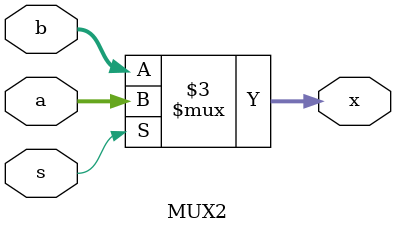
<source format=v>
module MUX2(
    input [31:0] a,
    input [31:0] b,
    output [31:0] x,
    input s
);

always @* begin
    if(s) begin
        x = a;
    end
    else begin
        x = b;
    end
end

endmodule

</source>
